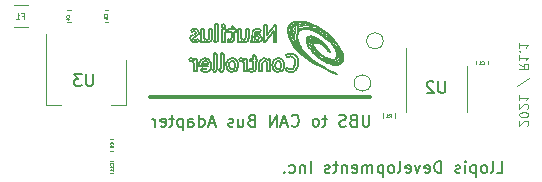
<source format=gbr>
%TF.GenerationSoftware,KiCad,Pcbnew,(5.1.8-0-10_14)*%
%TF.CreationDate,2021-04-16T18:19:52+02:00*%
%TF.ProjectId,SimpleCANAdapter,53696d70-6c65-4434-914e-416461707465,rev?*%
%TF.SameCoordinates,Original*%
%TF.FileFunction,Legend,Bot*%
%TF.FilePolarity,Positive*%
%FSLAX46Y46*%
G04 Gerber Fmt 4.6, Leading zero omitted, Abs format (unit mm)*
G04 Created by KiCad (PCBNEW (5.1.8-0-10_14)) date 2021-04-16 18:19:52*
%MOMM*%
%LPD*%
G01*
G04 APERTURE LIST*
%ADD10C,0.120000*%
%ADD11C,0.300000*%
%ADD12C,0.100000*%
%ADD13C,0.150000*%
%ADD14C,0.125000*%
%ADD15C,0.062500*%
G04 APERTURE END LIST*
D10*
X96290000Y-85120000D02*
X96130000Y-84840000D01*
X96360000Y-85040000D02*
X96290000Y-85120000D01*
X96310000Y-84850000D02*
X96360000Y-85040000D01*
X96890000Y-84960000D02*
X96310000Y-84850000D01*
X96570000Y-84920000D02*
X96890000Y-84960000D01*
X96430000Y-85050000D02*
X96570000Y-84920000D01*
X96480000Y-84850000D02*
X96430000Y-85050000D01*
X96370000Y-84950000D02*
X96480000Y-84850000D01*
X96250000Y-84720000D02*
X96370000Y-84950000D01*
X96790000Y-84910000D02*
X96250000Y-84720000D01*
X96440000Y-84770000D02*
X96790000Y-84910000D01*
X96010000Y-84800000D02*
X96440000Y-84770000D01*
X96030000Y-85080000D02*
X96010000Y-84800000D01*
X96330000Y-85610000D02*
X96030000Y-85080000D01*
X96010000Y-84670000D02*
X96330000Y-85610000D01*
X96480000Y-85840000D02*
X96010000Y-84670000D01*
X96360000Y-85130000D02*
X96480000Y-85840000D01*
X96600000Y-84920000D02*
X96360000Y-85130000D01*
X97300000Y-85190000D02*
X96600000Y-84920000D01*
X97260000Y-85110000D02*
X97300000Y-85190000D01*
X96640000Y-84750000D02*
X97260000Y-85110000D01*
X96090000Y-84620000D02*
X96640000Y-84750000D01*
X96610000Y-85870000D02*
X96090000Y-84620000D01*
X97290000Y-86320000D02*
X96610000Y-85870000D01*
X96630000Y-85790000D02*
X97290000Y-86320000D01*
X96520000Y-85900000D02*
X96630000Y-85790000D01*
X97090000Y-86340000D02*
X96520000Y-85900000D01*
X97180000Y-86260000D02*
X97090000Y-86340000D01*
X97160000Y-86370000D02*
X97180000Y-86260000D01*
X97330000Y-86340000D02*
X97160000Y-86370000D01*
X97260000Y-86450000D02*
X97330000Y-86340000D01*
X97470000Y-86420000D02*
X97260000Y-86450000D01*
X97400000Y-86380000D02*
X97470000Y-86420000D01*
X97380000Y-86500000D02*
X97400000Y-86380000D01*
X97590000Y-86460000D02*
X97380000Y-86500000D01*
X97440000Y-86550000D02*
X97590000Y-86460000D01*
X97830000Y-86540000D02*
X97440000Y-86550000D01*
X98380000Y-86600000D02*
X97830000Y-86540000D01*
X97560000Y-86620000D02*
X98380000Y-86600000D01*
X98310000Y-86690000D02*
X97560000Y-86620000D01*
X97630000Y-86690000D02*
X98310000Y-86690000D01*
X97910000Y-86810000D02*
X97630000Y-86690000D01*
X98640000Y-86730000D02*
X97910000Y-86810000D01*
X98170000Y-86860000D02*
X98640000Y-86730000D01*
X98400000Y-86510000D02*
X98170000Y-86860000D01*
X98420000Y-86610000D02*
X98400000Y-86510000D01*
X98230000Y-86890000D02*
X98420000Y-86610000D01*
X98460000Y-86700000D02*
X98230000Y-86890000D01*
X98410000Y-86440000D02*
X98460000Y-86700000D01*
X98580000Y-86690000D02*
X98410000Y-86440000D01*
X98280000Y-86890000D02*
X98580000Y-86690000D01*
X98760000Y-86780000D02*
X98280000Y-86890000D01*
X98500000Y-86390000D02*
X98760000Y-86780000D01*
X98710000Y-86820000D02*
X98500000Y-86390000D01*
X98540000Y-86230000D02*
X98710000Y-86820000D01*
X98820000Y-86740000D02*
X98540000Y-86230000D01*
X98580000Y-86020000D02*
X98820000Y-86740000D01*
X98870000Y-86630000D02*
X98580000Y-86020000D01*
X98920000Y-86530000D02*
X98870000Y-86630000D01*
X98410000Y-85550000D02*
X98920000Y-86530000D01*
X98980000Y-86420000D02*
X98410000Y-85550000D01*
X98910000Y-86120000D02*
X98980000Y-86420000D01*
X98180000Y-85150000D02*
X98910000Y-86120000D01*
X98820000Y-85860000D02*
X98180000Y-85150000D01*
X98270000Y-85320000D02*
X98820000Y-85860000D01*
X98680000Y-85570000D02*
X98270000Y-85320000D01*
X97200000Y-84330000D02*
X98680000Y-85570000D01*
X98050000Y-84990000D02*
X97200000Y-84330000D01*
X97290000Y-84300000D02*
X98050000Y-84990000D01*
X96860000Y-84170000D02*
X97290000Y-84300000D01*
X97160000Y-84150000D02*
X96860000Y-84170000D01*
X96610000Y-84040000D02*
X97160000Y-84150000D01*
X97000000Y-84010000D02*
X96610000Y-84040000D01*
X98500000Y-85290000D02*
X97000000Y-84010000D01*
X97150000Y-83990000D02*
X98500000Y-85290000D01*
X95240000Y-83890000D02*
X97150000Y-83990000D01*
X95190000Y-84040000D02*
X95240000Y-83890000D01*
X95440000Y-83890000D02*
X95190000Y-84040000D01*
X95150000Y-83790000D02*
X95440000Y-83890000D01*
X97000000Y-83910000D02*
X95150000Y-83790000D01*
X95290000Y-83690000D02*
X97000000Y-83910000D01*
X95190000Y-83760000D02*
X95290000Y-83690000D01*
X95180000Y-83620000D02*
X95190000Y-83760000D01*
X96850000Y-83820000D02*
X95180000Y-83620000D01*
X96610000Y-83680000D02*
X96850000Y-83820000D01*
X95510000Y-83560000D02*
X96610000Y-83680000D01*
X95200000Y-83650000D02*
X95510000Y-83560000D01*
X95170000Y-83510000D02*
X95200000Y-83650000D01*
X96380000Y-83570000D02*
X95170000Y-83510000D01*
X95580000Y-83370000D02*
X96380000Y-83570000D01*
X95820000Y-83410000D02*
X95580000Y-83370000D01*
X94540000Y-83670000D02*
X95820000Y-83410000D01*
X94450000Y-83820000D02*
X94540000Y-83670000D01*
X94730000Y-84250000D02*
X94450000Y-83820000D01*
X94700000Y-84170000D02*
X94730000Y-84250000D01*
X94750000Y-84340000D02*
X94700000Y-84170000D01*
X94880000Y-83900000D02*
X94750000Y-84340000D01*
X94800000Y-84630000D02*
X94880000Y-83900000D01*
X94650000Y-84220000D02*
X94800000Y-84630000D01*
X94890000Y-83690000D02*
X94650000Y-84220000D01*
X94770000Y-83660000D02*
X94890000Y-83690000D01*
X94560000Y-84210000D02*
X94770000Y-83660000D01*
X94870000Y-84780000D02*
X94560000Y-84210000D01*
X94960000Y-83650000D02*
X94870000Y-84780000D01*
X94980000Y-84870000D02*
X94960000Y-83650000D01*
X95080000Y-85470000D02*
X94980000Y-84870000D01*
X96560000Y-86710000D02*
X95080000Y-85470000D01*
X95500000Y-86000000D02*
X96560000Y-86710000D01*
X95950000Y-86280000D02*
X95500000Y-86000000D01*
X95780000Y-86050000D02*
X95950000Y-86280000D01*
X94660000Y-84820000D02*
X95780000Y-86050000D01*
X95110000Y-85090000D02*
X94660000Y-84820000D01*
X94640000Y-84680000D02*
X95110000Y-85090000D01*
X95030000Y-84910000D02*
X94640000Y-84680000D01*
X94810000Y-84850000D02*
X95030000Y-84910000D01*
X94510000Y-84240000D02*
X94810000Y-84850000D01*
X94680000Y-83700000D02*
X94510000Y-84240000D01*
X95060000Y-83570000D02*
X94680000Y-83700000D01*
X95070000Y-84990000D02*
X95060000Y-83570000D01*
X95180000Y-83490000D02*
X95070000Y-84990000D01*
X95100000Y-84990000D02*
X95180000Y-83490000D01*
X94680000Y-84990000D02*
X95100000Y-84990000D01*
X94450000Y-84230000D02*
X94680000Y-84990000D01*
X94680000Y-83680000D02*
X94450000Y-84230000D01*
X94600000Y-83680000D02*
X94680000Y-83680000D01*
X95520000Y-83390000D02*
X94600000Y-83680000D01*
X94580000Y-83620000D02*
X95520000Y-83390000D01*
X95370000Y-83310000D02*
X94580000Y-83620000D01*
X94690000Y-83470000D02*
X95370000Y-83310000D01*
X94380000Y-84150000D02*
X94690000Y-83470000D01*
X94680000Y-84980000D02*
X94380000Y-84150000D01*
X95220000Y-85170000D02*
X94680000Y-84980000D01*
X94660000Y-85060000D02*
X95220000Y-85170000D01*
X95220000Y-85300000D02*
X94660000Y-85060000D01*
X94760000Y-85180000D02*
X95220000Y-85300000D01*
X95380000Y-85510000D02*
X94760000Y-85180000D01*
X95310000Y-85420000D02*
X95380000Y-85510000D01*
X94830000Y-85290000D02*
X95310000Y-85420000D01*
X95490000Y-85680000D02*
X94830000Y-85290000D01*
X94980000Y-85450000D02*
X95490000Y-85680000D01*
X95680000Y-85930000D02*
X94980000Y-85450000D01*
X95120000Y-85610000D02*
X95680000Y-85930000D01*
X96410000Y-86620000D02*
X95120000Y-85610000D01*
D11*
X101300000Y-89700000D02*
X82660000Y-89700000D01*
D12*
X114599285Y-92097857D02*
X114635000Y-92062142D01*
X114670714Y-91990714D01*
X114670714Y-91812142D01*
X114635000Y-91740714D01*
X114599285Y-91705000D01*
X114527857Y-91669285D01*
X114456428Y-91669285D01*
X114349285Y-91705000D01*
X113920714Y-92133571D01*
X113920714Y-91669285D01*
X114670714Y-91205000D02*
X114670714Y-91133571D01*
X114635000Y-91062142D01*
X114599285Y-91026428D01*
X114527857Y-90990714D01*
X114385000Y-90955000D01*
X114206428Y-90955000D01*
X114063571Y-90990714D01*
X113992142Y-91026428D01*
X113956428Y-91062142D01*
X113920714Y-91133571D01*
X113920714Y-91205000D01*
X113956428Y-91276428D01*
X113992142Y-91312142D01*
X114063571Y-91347857D01*
X114206428Y-91383571D01*
X114385000Y-91383571D01*
X114527857Y-91347857D01*
X114599285Y-91312142D01*
X114635000Y-91276428D01*
X114670714Y-91205000D01*
X114599285Y-90669285D02*
X114635000Y-90633571D01*
X114670714Y-90562142D01*
X114670714Y-90383571D01*
X114635000Y-90312142D01*
X114599285Y-90276428D01*
X114527857Y-90240714D01*
X114456428Y-90240714D01*
X114349285Y-90276428D01*
X113920714Y-90705000D01*
X113920714Y-90240714D01*
X113920714Y-89526428D02*
X113920714Y-89955000D01*
X113920714Y-89740714D02*
X114670714Y-89740714D01*
X114563571Y-89812142D01*
X114492142Y-89883571D01*
X114456428Y-89955000D01*
X114706428Y-88097857D02*
X113742142Y-88740714D01*
X113920714Y-86847857D02*
X114277857Y-87097857D01*
X113920714Y-87276428D02*
X114670714Y-87276428D01*
X114670714Y-86990714D01*
X114635000Y-86919285D01*
X114599285Y-86883571D01*
X114527857Y-86847857D01*
X114420714Y-86847857D01*
X114349285Y-86883571D01*
X114313571Y-86919285D01*
X114277857Y-86990714D01*
X114277857Y-87276428D01*
X113920714Y-86133571D02*
X113920714Y-86562142D01*
X113920714Y-86347857D02*
X114670714Y-86347857D01*
X114563571Y-86419285D01*
X114492142Y-86490714D01*
X114456428Y-86562142D01*
X113992142Y-85812142D02*
X113956428Y-85776428D01*
X113920714Y-85812142D01*
X113956428Y-85847857D01*
X113992142Y-85812142D01*
X113920714Y-85812142D01*
X113920714Y-85062142D02*
X113920714Y-85490714D01*
X113920714Y-85276428D02*
X114670714Y-85276428D01*
X114563571Y-85347857D01*
X114492142Y-85419285D01*
X114456428Y-85490714D01*
D13*
X112001904Y-96092380D02*
X112478095Y-96092380D01*
X112478095Y-95092380D01*
X111525714Y-96092380D02*
X111620952Y-96044761D01*
X111668571Y-95949523D01*
X111668571Y-95092380D01*
X111001904Y-96092380D02*
X111097142Y-96044761D01*
X111144761Y-95997142D01*
X111192380Y-95901904D01*
X111192380Y-95616190D01*
X111144761Y-95520952D01*
X111097142Y-95473333D01*
X111001904Y-95425714D01*
X110859047Y-95425714D01*
X110763809Y-95473333D01*
X110716190Y-95520952D01*
X110668571Y-95616190D01*
X110668571Y-95901904D01*
X110716190Y-95997142D01*
X110763809Y-96044761D01*
X110859047Y-96092380D01*
X111001904Y-96092380D01*
X110240000Y-95425714D02*
X110240000Y-96425714D01*
X110240000Y-95473333D02*
X110144761Y-95425714D01*
X109954285Y-95425714D01*
X109859047Y-95473333D01*
X109811428Y-95520952D01*
X109763809Y-95616190D01*
X109763809Y-95901904D01*
X109811428Y-95997142D01*
X109859047Y-96044761D01*
X109954285Y-96092380D01*
X110144761Y-96092380D01*
X110240000Y-96044761D01*
X109335238Y-96092380D02*
X109335238Y-95425714D01*
X109335238Y-95092380D02*
X109382857Y-95140000D01*
X109335238Y-95187619D01*
X109287619Y-95140000D01*
X109335238Y-95092380D01*
X109335238Y-95187619D01*
X108906666Y-96044761D02*
X108811428Y-96092380D01*
X108620952Y-96092380D01*
X108525714Y-96044761D01*
X108478095Y-95949523D01*
X108478095Y-95901904D01*
X108525714Y-95806666D01*
X108620952Y-95759047D01*
X108763809Y-95759047D01*
X108859047Y-95711428D01*
X108906666Y-95616190D01*
X108906666Y-95568571D01*
X108859047Y-95473333D01*
X108763809Y-95425714D01*
X108620952Y-95425714D01*
X108525714Y-95473333D01*
X107287619Y-96092380D02*
X107287619Y-95092380D01*
X107049523Y-95092380D01*
X106906666Y-95140000D01*
X106811428Y-95235238D01*
X106763809Y-95330476D01*
X106716190Y-95520952D01*
X106716190Y-95663809D01*
X106763809Y-95854285D01*
X106811428Y-95949523D01*
X106906666Y-96044761D01*
X107049523Y-96092380D01*
X107287619Y-96092380D01*
X105906666Y-96044761D02*
X106001904Y-96092380D01*
X106192380Y-96092380D01*
X106287619Y-96044761D01*
X106335238Y-95949523D01*
X106335238Y-95568571D01*
X106287619Y-95473333D01*
X106192380Y-95425714D01*
X106001904Y-95425714D01*
X105906666Y-95473333D01*
X105859047Y-95568571D01*
X105859047Y-95663809D01*
X106335238Y-95759047D01*
X105525714Y-95425714D02*
X105287619Y-96092380D01*
X105049523Y-95425714D01*
X104287619Y-96044761D02*
X104382857Y-96092380D01*
X104573333Y-96092380D01*
X104668571Y-96044761D01*
X104716190Y-95949523D01*
X104716190Y-95568571D01*
X104668571Y-95473333D01*
X104573333Y-95425714D01*
X104382857Y-95425714D01*
X104287619Y-95473333D01*
X104240000Y-95568571D01*
X104240000Y-95663809D01*
X104716190Y-95759047D01*
X103668571Y-96092380D02*
X103763809Y-96044761D01*
X103811428Y-95949523D01*
X103811428Y-95092380D01*
X103144761Y-96092380D02*
X103240000Y-96044761D01*
X103287619Y-95997142D01*
X103335238Y-95901904D01*
X103335238Y-95616190D01*
X103287619Y-95520952D01*
X103240000Y-95473333D01*
X103144761Y-95425714D01*
X103001904Y-95425714D01*
X102906666Y-95473333D01*
X102859047Y-95520952D01*
X102811428Y-95616190D01*
X102811428Y-95901904D01*
X102859047Y-95997142D01*
X102906666Y-96044761D01*
X103001904Y-96092380D01*
X103144761Y-96092380D01*
X102382857Y-95425714D02*
X102382857Y-96425714D01*
X102382857Y-95473333D02*
X102287619Y-95425714D01*
X102097142Y-95425714D01*
X102001904Y-95473333D01*
X101954285Y-95520952D01*
X101906666Y-95616190D01*
X101906666Y-95901904D01*
X101954285Y-95997142D01*
X102001904Y-96044761D01*
X102097142Y-96092380D01*
X102287619Y-96092380D01*
X102382857Y-96044761D01*
X101478095Y-96092380D02*
X101478095Y-95425714D01*
X101478095Y-95520952D02*
X101430476Y-95473333D01*
X101335238Y-95425714D01*
X101192380Y-95425714D01*
X101097142Y-95473333D01*
X101049523Y-95568571D01*
X101049523Y-96092380D01*
X101049523Y-95568571D02*
X101001904Y-95473333D01*
X100906666Y-95425714D01*
X100763809Y-95425714D01*
X100668571Y-95473333D01*
X100620952Y-95568571D01*
X100620952Y-96092380D01*
X99763809Y-96044761D02*
X99859047Y-96092380D01*
X100049523Y-96092380D01*
X100144761Y-96044761D01*
X100192380Y-95949523D01*
X100192380Y-95568571D01*
X100144761Y-95473333D01*
X100049523Y-95425714D01*
X99859047Y-95425714D01*
X99763809Y-95473333D01*
X99716190Y-95568571D01*
X99716190Y-95663809D01*
X100192380Y-95759047D01*
X99287619Y-95425714D02*
X99287619Y-96092380D01*
X99287619Y-95520952D02*
X99240000Y-95473333D01*
X99144761Y-95425714D01*
X99001904Y-95425714D01*
X98906666Y-95473333D01*
X98859047Y-95568571D01*
X98859047Y-96092380D01*
X98525714Y-95425714D02*
X98144761Y-95425714D01*
X98382857Y-95092380D02*
X98382857Y-95949523D01*
X98335238Y-96044761D01*
X98240000Y-96092380D01*
X98144761Y-96092380D01*
X97859047Y-96044761D02*
X97763809Y-96092380D01*
X97573333Y-96092380D01*
X97478095Y-96044761D01*
X97430476Y-95949523D01*
X97430476Y-95901904D01*
X97478095Y-95806666D01*
X97573333Y-95759047D01*
X97716190Y-95759047D01*
X97811428Y-95711428D01*
X97859047Y-95616190D01*
X97859047Y-95568571D01*
X97811428Y-95473333D01*
X97716190Y-95425714D01*
X97573333Y-95425714D01*
X97478095Y-95473333D01*
X96240000Y-96092380D02*
X96240000Y-95092380D01*
X95763809Y-95425714D02*
X95763809Y-96092380D01*
X95763809Y-95520952D02*
X95716190Y-95473333D01*
X95620952Y-95425714D01*
X95478095Y-95425714D01*
X95382857Y-95473333D01*
X95335238Y-95568571D01*
X95335238Y-96092380D01*
X94430476Y-96044761D02*
X94525714Y-96092380D01*
X94716190Y-96092380D01*
X94811428Y-96044761D01*
X94859047Y-95997142D01*
X94906666Y-95901904D01*
X94906666Y-95616190D01*
X94859047Y-95520952D01*
X94811428Y-95473333D01*
X94716190Y-95425714D01*
X94525714Y-95425714D01*
X94430476Y-95473333D01*
X94001904Y-95997142D02*
X93954285Y-96044761D01*
X94001904Y-96092380D01*
X94049523Y-96044761D01*
X94001904Y-95997142D01*
X94001904Y-96092380D01*
X101212857Y-91172380D02*
X101212857Y-91981904D01*
X101165238Y-92077142D01*
X101117619Y-92124761D01*
X101022380Y-92172380D01*
X100831904Y-92172380D01*
X100736666Y-92124761D01*
X100689047Y-92077142D01*
X100641428Y-91981904D01*
X100641428Y-91172380D01*
X99831904Y-91648571D02*
X99689047Y-91696190D01*
X99641428Y-91743809D01*
X99593809Y-91839047D01*
X99593809Y-91981904D01*
X99641428Y-92077142D01*
X99689047Y-92124761D01*
X99784285Y-92172380D01*
X100165238Y-92172380D01*
X100165238Y-91172380D01*
X99831904Y-91172380D01*
X99736666Y-91220000D01*
X99689047Y-91267619D01*
X99641428Y-91362857D01*
X99641428Y-91458095D01*
X99689047Y-91553333D01*
X99736666Y-91600952D01*
X99831904Y-91648571D01*
X100165238Y-91648571D01*
X99212857Y-92124761D02*
X99070000Y-92172380D01*
X98831904Y-92172380D01*
X98736666Y-92124761D01*
X98689047Y-92077142D01*
X98641428Y-91981904D01*
X98641428Y-91886666D01*
X98689047Y-91791428D01*
X98736666Y-91743809D01*
X98831904Y-91696190D01*
X99022380Y-91648571D01*
X99117619Y-91600952D01*
X99165238Y-91553333D01*
X99212857Y-91458095D01*
X99212857Y-91362857D01*
X99165238Y-91267619D01*
X99117619Y-91220000D01*
X99022380Y-91172380D01*
X98784285Y-91172380D01*
X98641428Y-91220000D01*
X97593809Y-91505714D02*
X97212857Y-91505714D01*
X97450952Y-91172380D02*
X97450952Y-92029523D01*
X97403333Y-92124761D01*
X97308095Y-92172380D01*
X97212857Y-92172380D01*
X96736666Y-92172380D02*
X96831904Y-92124761D01*
X96879523Y-92077142D01*
X96927142Y-91981904D01*
X96927142Y-91696190D01*
X96879523Y-91600952D01*
X96831904Y-91553333D01*
X96736666Y-91505714D01*
X96593809Y-91505714D01*
X96498571Y-91553333D01*
X96450952Y-91600952D01*
X96403333Y-91696190D01*
X96403333Y-91981904D01*
X96450952Y-92077142D01*
X96498571Y-92124761D01*
X96593809Y-92172380D01*
X96736666Y-92172380D01*
X94641428Y-92077142D02*
X94689047Y-92124761D01*
X94831904Y-92172380D01*
X94927142Y-92172380D01*
X95070000Y-92124761D01*
X95165238Y-92029523D01*
X95212857Y-91934285D01*
X95260476Y-91743809D01*
X95260476Y-91600952D01*
X95212857Y-91410476D01*
X95165238Y-91315238D01*
X95070000Y-91220000D01*
X94927142Y-91172380D01*
X94831904Y-91172380D01*
X94689047Y-91220000D01*
X94641428Y-91267619D01*
X94260476Y-91886666D02*
X93784285Y-91886666D01*
X94355714Y-92172380D02*
X94022380Y-91172380D01*
X93689047Y-92172380D01*
X93355714Y-92172380D02*
X93355714Y-91172380D01*
X92784285Y-92172380D01*
X92784285Y-91172380D01*
X91212857Y-91648571D02*
X91070000Y-91696190D01*
X91022380Y-91743809D01*
X90974761Y-91839047D01*
X90974761Y-91981904D01*
X91022380Y-92077142D01*
X91070000Y-92124761D01*
X91165238Y-92172380D01*
X91546190Y-92172380D01*
X91546190Y-91172380D01*
X91212857Y-91172380D01*
X91117619Y-91220000D01*
X91070000Y-91267619D01*
X91022380Y-91362857D01*
X91022380Y-91458095D01*
X91070000Y-91553333D01*
X91117619Y-91600952D01*
X91212857Y-91648571D01*
X91546190Y-91648571D01*
X90117619Y-91505714D02*
X90117619Y-92172380D01*
X90546190Y-91505714D02*
X90546190Y-92029523D01*
X90498571Y-92124761D01*
X90403333Y-92172380D01*
X90260476Y-92172380D01*
X90165238Y-92124761D01*
X90117619Y-92077142D01*
X89689047Y-92124761D02*
X89593809Y-92172380D01*
X89403333Y-92172380D01*
X89308095Y-92124761D01*
X89260476Y-92029523D01*
X89260476Y-91981904D01*
X89308095Y-91886666D01*
X89403333Y-91839047D01*
X89546190Y-91839047D01*
X89641428Y-91791428D01*
X89689047Y-91696190D01*
X89689047Y-91648571D01*
X89641428Y-91553333D01*
X89546190Y-91505714D01*
X89403333Y-91505714D01*
X89308095Y-91553333D01*
X88117619Y-91886666D02*
X87641428Y-91886666D01*
X88212857Y-92172380D02*
X87879523Y-91172380D01*
X87546190Y-92172380D01*
X86784285Y-92172380D02*
X86784285Y-91172380D01*
X86784285Y-92124761D02*
X86879523Y-92172380D01*
X87070000Y-92172380D01*
X87165238Y-92124761D01*
X87212857Y-92077142D01*
X87260476Y-91981904D01*
X87260476Y-91696190D01*
X87212857Y-91600952D01*
X87165238Y-91553333D01*
X87070000Y-91505714D01*
X86879523Y-91505714D01*
X86784285Y-91553333D01*
X85879523Y-92172380D02*
X85879523Y-91648571D01*
X85927142Y-91553333D01*
X86022380Y-91505714D01*
X86212857Y-91505714D01*
X86308095Y-91553333D01*
X85879523Y-92124761D02*
X85974761Y-92172380D01*
X86212857Y-92172380D01*
X86308095Y-92124761D01*
X86355714Y-92029523D01*
X86355714Y-91934285D01*
X86308095Y-91839047D01*
X86212857Y-91791428D01*
X85974761Y-91791428D01*
X85879523Y-91743809D01*
X85403333Y-91505714D02*
X85403333Y-92505714D01*
X85403333Y-91553333D02*
X85308095Y-91505714D01*
X85117619Y-91505714D01*
X85022380Y-91553333D01*
X84974761Y-91600952D01*
X84927142Y-91696190D01*
X84927142Y-91981904D01*
X84974761Y-92077142D01*
X85022380Y-92124761D01*
X85117619Y-92172380D01*
X85308095Y-92172380D01*
X85403333Y-92124761D01*
X84641428Y-91505714D02*
X84260476Y-91505714D01*
X84498571Y-91172380D02*
X84498571Y-92029523D01*
X84450952Y-92124761D01*
X84355714Y-92172380D01*
X84260476Y-92172380D01*
X83546190Y-92124761D02*
X83641428Y-92172380D01*
X83831904Y-92172380D01*
X83927142Y-92124761D01*
X83974761Y-92029523D01*
X83974761Y-91648571D01*
X83927142Y-91553333D01*
X83831904Y-91505714D01*
X83641428Y-91505714D01*
X83546190Y-91553333D01*
X83498571Y-91648571D01*
X83498571Y-91743809D01*
X83974761Y-91839047D01*
X83070000Y-92172380D02*
X83070000Y-91505714D01*
X83070000Y-91696190D02*
X83022380Y-91600952D01*
X82974761Y-91553333D01*
X82879523Y-91505714D01*
X82784285Y-91505714D01*
D10*
%TO.C,U3*%
X80640000Y-90340000D02*
X79380000Y-90340000D01*
X73820000Y-90340000D02*
X75080000Y-90340000D01*
X80640000Y-86580000D02*
X80640000Y-90340000D01*
X73820000Y-84330000D02*
X73820000Y-90340000D01*
%TO.C,F1*%
X72302064Y-81890000D02*
X71097936Y-81890000D01*
X72302064Y-83710000D02*
X71097936Y-83710000D01*
%TO.C,R1*%
X103422500Y-90987742D02*
X103422500Y-91462258D01*
X102377500Y-90987742D02*
X102377500Y-91462258D01*
%TO.C,U2*%
X109460000Y-89000000D02*
X109460000Y-90950000D01*
X109460000Y-89000000D02*
X109460000Y-87050000D01*
X104340000Y-89000000D02*
X104340000Y-90950000D01*
X104340000Y-89000000D02*
X104340000Y-85550000D01*
D13*
%TO.C,U6*%
X96310000Y-86450000D02*
X96579341Y-86667159D01*
X96579341Y-86667159D02*
X96866076Y-86874831D01*
X96866076Y-86874831D02*
X97167569Y-87071961D01*
X97167569Y-87071961D02*
X97482239Y-87256441D01*
X98419925Y-85774276D02*
X98374068Y-85667277D01*
X98374068Y-85667277D02*
X98318724Y-85559225D01*
X98318724Y-85559225D02*
X98255474Y-85451172D01*
X98255474Y-85451172D02*
X98105255Y-85238229D01*
X98105255Y-85238229D02*
X97927100Y-85031085D01*
X97927100Y-85031085D02*
X97723117Y-84832900D01*
X97723117Y-84832900D02*
X97497525Y-84644731D01*
X97497525Y-84644731D02*
X97255065Y-84470265D01*
X97255065Y-84470265D02*
X97004699Y-84313721D01*
X97004699Y-84313721D02*
X96754333Y-84179314D01*
X96754333Y-84179314D02*
X96511874Y-84070734D01*
X96511874Y-84070734D02*
X96395915Y-84027513D01*
X96395915Y-84027513D02*
X96282592Y-83990617D01*
X96282592Y-83990617D02*
X96068068Y-83937381D01*
X96068068Y-83937381D02*
X95866721Y-83909973D01*
X95866721Y-83909973D02*
X95679605Y-83907865D01*
X95679605Y-83907865D02*
X95591582Y-83917352D01*
X95591582Y-83917352D02*
X95508829Y-83934746D01*
X95508829Y-83934746D02*
X95431348Y-83961100D01*
X95431348Y-83961100D02*
X95360718Y-83997996D01*
X95360718Y-83997996D02*
X95297468Y-84045434D01*
X95297468Y-84045434D02*
X95243178Y-84103940D01*
X95243178Y-84103940D02*
X95197849Y-84173516D01*
X95197849Y-84173516D02*
X95162534Y-84253633D01*
X95162534Y-84253633D02*
X95136707Y-84342710D01*
X95136707Y-84342710D02*
X95120367Y-84439167D01*
X95120367Y-84439167D02*
X95114042Y-84541422D01*
X95114042Y-84541422D02*
X95117205Y-84648420D01*
X95117205Y-84648420D02*
X95129855Y-84757527D01*
X95129855Y-84757527D02*
X95151465Y-84868742D01*
X95151465Y-84868742D02*
X95182036Y-84980484D01*
X95182036Y-84980484D02*
X95221568Y-85093281D01*
X95221568Y-85093281D02*
X95269532Y-85205550D01*
X95269532Y-85205550D02*
X95326458Y-85318346D01*
X95326458Y-85318346D02*
X95391289Y-85431670D01*
X95391289Y-85431670D02*
X95464554Y-85544993D01*
X95464554Y-85544993D02*
X95545725Y-85658317D01*
X95545725Y-85658317D02*
X95634803Y-85772167D01*
X95634803Y-85772167D02*
X95834568Y-85999869D01*
X95834568Y-85999869D02*
X96060688Y-86227043D01*
X96060688Y-86227043D02*
X96310000Y-86450000D01*
X96994158Y-86004612D02*
X97055827Y-86057848D01*
X97055827Y-86057848D02*
X97127510Y-86114246D01*
X97127510Y-86114246D02*
X97210790Y-86172753D01*
X97210790Y-86172753D02*
X97305665Y-86232841D01*
X97305665Y-86232841D02*
X97411610Y-86291874D01*
X97411610Y-86291874D02*
X97525460Y-86348272D01*
X97525460Y-86348272D02*
X97644582Y-86399400D01*
X97644582Y-86399400D02*
X97766338Y-86443148D01*
X97766338Y-86443148D02*
X97886514Y-86476354D01*
X97886514Y-86476354D02*
X98001946Y-86497965D01*
X98001946Y-86497965D02*
X98109471Y-86505344D01*
X98109471Y-86505344D02*
X98206455Y-86497965D01*
X98206455Y-86497965D02*
X98290789Y-86475827D01*
X98290789Y-86475827D02*
X98360891Y-86439458D01*
X98360891Y-86439458D02*
X98416762Y-86389385D01*
X98416762Y-86389385D02*
X98457875Y-86326662D01*
X98457875Y-86326662D02*
X98484757Y-86252870D01*
X98484757Y-86252870D02*
X98496879Y-86170117D01*
X98496879Y-86170117D02*
X98495825Y-86078931D01*
X98495825Y-86078931D02*
X98482121Y-85981421D01*
X98482121Y-85981421D02*
X98456294Y-85879693D01*
X98456294Y-85879693D02*
X98419925Y-85774276D01*
X97991404Y-87531053D02*
X97503850Y-87316529D01*
X97503850Y-87316529D02*
X97038960Y-87088301D01*
X94633867Y-85100133D02*
X94544789Y-84936736D01*
X94544789Y-84936736D02*
X94470997Y-84772813D01*
X94470997Y-84772813D02*
X94413545Y-84608889D01*
X94413545Y-84608889D02*
X94371378Y-84447601D01*
X94371378Y-84447601D02*
X94346078Y-84289475D01*
X94346078Y-84289475D02*
X94336590Y-84137147D01*
X95279020Y-85884964D02*
X95126165Y-85733690D01*
X95126165Y-85733690D02*
X94983852Y-85579254D01*
X94983852Y-85579254D02*
X94854189Y-85422182D01*
X94854189Y-85422182D02*
X94737176Y-85262475D01*
X94737176Y-85262475D02*
X94633867Y-85100133D01*
X94336590Y-84137147D02*
X94343442Y-83993252D01*
X94343442Y-83993252D02*
X94365580Y-83858846D01*
X94365580Y-83858846D02*
X94402476Y-83736562D01*
X94402476Y-83736562D02*
X94453603Y-83627982D01*
X94453603Y-83627982D02*
X94517908Y-83534161D01*
X94517908Y-83534161D02*
X94594862Y-83456679D01*
X94594862Y-83456679D02*
X94681832Y-83394483D01*
X94681832Y-83394483D02*
X94779342Y-83347045D01*
X94779342Y-83347045D02*
X94884760Y-83313312D01*
X94884760Y-83313312D02*
X94997556Y-83292228D01*
X94997556Y-83292228D02*
X95116677Y-83281686D01*
X95116677Y-83281686D02*
X95240543Y-83280632D01*
X95240543Y-83280632D02*
X95501977Y-83301716D01*
X95501977Y-83301716D02*
X95777643Y-83352843D01*
X95777643Y-83352843D02*
X96066486Y-83434541D01*
X96066486Y-83434541D02*
X96366398Y-83547865D01*
X96366398Y-83547865D02*
X96670527Y-83690705D01*
X96670527Y-83690705D02*
X96966222Y-83853575D01*
X96966222Y-83853575D02*
X97239780Y-84023296D01*
X97239780Y-84023296D02*
X97478549Y-84188274D01*
X97478549Y-84188274D02*
X97679896Y-84343765D01*
X97679896Y-84343765D02*
X97853308Y-84497147D01*
X97853308Y-84497147D02*
X98019867Y-84665814D01*
X98019867Y-84665814D02*
X98106836Y-84761744D01*
X98106836Y-84761744D02*
X98199076Y-84868742D01*
X98199076Y-84868742D02*
X98297641Y-84987864D01*
X98297641Y-84987864D02*
X98400950Y-85119108D01*
X98400950Y-85119108D02*
X98613365Y-85413749D01*
X98613365Y-85413749D02*
X98808387Y-85735799D01*
X98808387Y-85735799D02*
X98888504Y-85899195D01*
X98888504Y-85899195D02*
X98951228Y-86059956D01*
X98951228Y-86059956D02*
X98993394Y-86214393D01*
X98993394Y-86214393D02*
X99011842Y-86359868D01*
X99011842Y-86359868D02*
X99006044Y-86492694D01*
X99006044Y-86492694D02*
X98975474Y-86610761D01*
X98975474Y-86610761D02*
X98921711Y-86713016D01*
X98921711Y-86713016D02*
X98847392Y-86797350D01*
X98847392Y-86797350D02*
X98754625Y-86863762D01*
X98754625Y-86863762D02*
X98647626Y-86911727D01*
X98647626Y-86911727D02*
X98528505Y-86940717D01*
X98528505Y-86940717D02*
X98399896Y-86951786D01*
X98399896Y-86951786D02*
X98263908Y-86945461D01*
X98263908Y-86945461D02*
X98122121Y-86922796D01*
X98122121Y-86922796D02*
X97975064Y-86884319D01*
X97975064Y-86884319D02*
X97824845Y-86831610D01*
X97824845Y-86831610D02*
X97671463Y-86765724D01*
X97671463Y-86765724D02*
X97515973Y-86688770D01*
X97515973Y-86688770D02*
X97201829Y-86503763D01*
X97201829Y-86503763D02*
X96892430Y-86285022D01*
X96892430Y-86285022D02*
X96601478Y-86039927D01*
X96601478Y-86039927D02*
X96467599Y-85910264D01*
X96467599Y-85910264D02*
X96344261Y-85776384D01*
X96344261Y-85776384D02*
X96233573Y-85639869D01*
X96233573Y-85639869D02*
X96136589Y-85502299D01*
X96136589Y-85502299D02*
X96054890Y-85365784D01*
X96054890Y-85365784D02*
X95990059Y-85231904D01*
X95990059Y-85231904D02*
X95942621Y-85103822D01*
X95942621Y-85103822D02*
X95913104Y-84983647D01*
X95913104Y-84983647D02*
X95902035Y-84874013D01*
X95902035Y-84874013D02*
X95909415Y-84777556D01*
X95909415Y-84777556D02*
X95933661Y-84696912D01*
X95933661Y-84696912D02*
X95974773Y-84632608D01*
X95974773Y-84632608D02*
X96031699Y-84585697D01*
X96031699Y-84585697D02*
X96102328Y-84556707D01*
X96102328Y-84556707D02*
X96184554Y-84544057D01*
X96184554Y-84544057D02*
X96277321Y-84547747D01*
X96277321Y-84547747D02*
X96378521Y-84565668D01*
X96378521Y-84565668D02*
X96484992Y-84596239D01*
X96484992Y-84596239D02*
X96707423Y-84690060D01*
X96707423Y-84690060D02*
X96927745Y-84817088D01*
X96927745Y-84817088D02*
X97133308Y-84965726D01*
X97133308Y-84965726D02*
X97315153Y-85125433D01*
X97315153Y-85125433D02*
X97469062Y-85287775D01*
X97469062Y-85287775D02*
X97596617Y-85445374D01*
X97596617Y-85445374D02*
X97700453Y-85592958D01*
X97700453Y-85592958D02*
X97782678Y-85728419D01*
X97782678Y-85728419D02*
X97843820Y-85850176D01*
X97843820Y-85850176D02*
X97749472Y-85736326D01*
X97749472Y-85736326D02*
X97643527Y-85619840D01*
X97643527Y-85619840D02*
X97525460Y-85500718D01*
X97525460Y-85500718D02*
X97394216Y-85382651D01*
X97394216Y-85382651D02*
X97249794Y-85271963D01*
X97249794Y-85271963D02*
X97093250Y-85176033D01*
X97093250Y-85176033D02*
X96929326Y-85103822D01*
X96929326Y-85103822D02*
X96848682Y-85079049D01*
X96848682Y-85079049D02*
X96770673Y-85062710D01*
X96770673Y-85062710D02*
X96698462Y-85056385D01*
X96698462Y-85056385D02*
X96632577Y-85060074D01*
X96632577Y-85060074D02*
X96576178Y-85074306D01*
X96576178Y-85074306D02*
X96529795Y-85098552D01*
X96529795Y-85098552D02*
X96495007Y-85133339D01*
X96495007Y-85133339D02*
X96472870Y-85177615D01*
X96472870Y-85177615D02*
X96463382Y-85230850D01*
X96463382Y-85230850D02*
X96466017Y-85290411D01*
X96466017Y-85290411D02*
X96479722Y-85354715D01*
X96479722Y-85354715D02*
X96503441Y-85421128D01*
X96503441Y-85421128D02*
X96574070Y-85551318D01*
X96574070Y-85551318D02*
X96662093Y-85667804D01*
X96662093Y-85667804D02*
X96754860Y-85768478D01*
X96754860Y-85768478D02*
X96940395Y-85954539D01*
X96940395Y-85954539D02*
X96994158Y-86004612D01*
X91412803Y-84999611D02*
X91468588Y-84911504D01*
X93342462Y-83535590D02*
X93342462Y-85020940D01*
X93342462Y-85020940D02*
X93101931Y-85020940D01*
X93101931Y-85020940D02*
X93101931Y-84100985D01*
X93101931Y-84100985D02*
X92417912Y-85040301D01*
X92417912Y-85040301D02*
X92316023Y-85040301D01*
X92316023Y-85040301D02*
X92316023Y-83535590D01*
X92316023Y-83535590D02*
X92556390Y-83535590D01*
X92556390Y-83535590D02*
X92556390Y-84431263D01*
X92556390Y-84431263D02*
X93222197Y-83535590D01*
X93222197Y-83535590D02*
X93342462Y-83535590D01*
X91582618Y-85004205D02*
X91730399Y-85039732D01*
X91730399Y-85039732D02*
X91752434Y-85040301D01*
X91752434Y-85040301D02*
X91900981Y-85018315D01*
X91900981Y-85018315D02*
X92013966Y-84952522D01*
X92013966Y-84952522D02*
X92093543Y-84822589D01*
X92093543Y-84822589D02*
X92109292Y-84703788D01*
X92109292Y-84703788D02*
X92083585Y-84554566D01*
X92083585Y-84554566D02*
X91999052Y-84429606D01*
X91999052Y-84429606D02*
X91975080Y-84408949D01*
X91975080Y-84408949D02*
X91836047Y-84336270D01*
X91836047Y-84336270D02*
X91682383Y-84306367D01*
X91682383Y-84306367D02*
X91593611Y-84302630D01*
X91593611Y-84302630D02*
X91493691Y-84317725D01*
X91493691Y-84317725D02*
X91551157Y-84174120D01*
X91551157Y-84174120D02*
X91695721Y-84126999D01*
X91695721Y-84126999D02*
X91723557Y-84126252D01*
X91723557Y-84126252D02*
X91875759Y-84144862D01*
X91875759Y-84144862D02*
X91950469Y-84173833D01*
X91950469Y-84173833D02*
X92002480Y-83977274D01*
X92002480Y-83977274D02*
X91857353Y-83928260D01*
X91857353Y-83928260D02*
X91707150Y-83914434D01*
X91707150Y-83914434D02*
X91548164Y-83930345D01*
X91548164Y-83930345D02*
X91407367Y-83989082D01*
X91407367Y-83989082D02*
X91361777Y-84027480D01*
X91252176Y-84455546D02*
X91252176Y-84687544D01*
X91252176Y-84687544D02*
X91238528Y-84837148D01*
X91238528Y-84837148D02*
X91169483Y-84960233D01*
X91235769Y-85027503D02*
X91319446Y-85040301D01*
X91319446Y-85040301D02*
X91412803Y-84999611D01*
X97482239Y-87256441D02*
X97810087Y-87428271D01*
X97810087Y-87428271D02*
X98150057Y-87586397D01*
X98150057Y-87586397D02*
X98501623Y-87730819D01*
X91468588Y-84911504D02*
X91582618Y-85004205D01*
X98501623Y-87730819D02*
X97991404Y-87531053D01*
X97038960Y-87088301D02*
X96598316Y-86845841D01*
X96598316Y-86845841D02*
X96183499Y-86588624D01*
X96183499Y-86588624D02*
X95796618Y-86317701D01*
X95796618Y-86317701D02*
X95442417Y-86032548D01*
X95442417Y-86032548D02*
X95279020Y-85884964D01*
X90277584Y-86661011D02*
X90419015Y-86616383D01*
X90419015Y-86616383D02*
X90555318Y-86682153D01*
X90555318Y-86682153D02*
X90567665Y-86696450D01*
X90567665Y-86696450D02*
X90628577Y-86836432D01*
X90628577Y-86836432D02*
X90632638Y-86892025D01*
X90632638Y-86892025D02*
X90632638Y-87510087D01*
X90632638Y-87510087D02*
X90873004Y-87510087D01*
X90873004Y-87510087D02*
X90873004Y-86424910D01*
X90873004Y-86424910D02*
X90632638Y-86424910D01*
X90632638Y-86424910D02*
X90632638Y-86524174D01*
X90632638Y-86524174D02*
X90506525Y-86430846D01*
X90506525Y-86430846D02*
X90364215Y-86404565D01*
X90364215Y-86404565D02*
X90212027Y-86426853D01*
X90212027Y-86426853D02*
X90175695Y-86444106D01*
X90175695Y-86444106D02*
X90277584Y-86661011D01*
X90328611Y-85020940D02*
X90328611Y-84929716D01*
X90328611Y-84929716D02*
X90463496Y-85005771D01*
X90463496Y-85005771D02*
X90469057Y-85007814D01*
X90469057Y-85007814D02*
X90619418Y-85040015D01*
X90619418Y-85040015D02*
X90633622Y-85040301D01*
X90633622Y-85040301D02*
X90790583Y-85015202D01*
X90790583Y-85015202D02*
X90913515Y-84926993D01*
X90913515Y-84926993D02*
X90979685Y-84775324D01*
X90979685Y-84775324D02*
X90992285Y-84638979D01*
X90992285Y-84638979D02*
X90992285Y-83934779D01*
X90992285Y-83934779D02*
X90751919Y-83934779D01*
X90751919Y-83934779D02*
X90751919Y-84619782D01*
X90751919Y-84619782D02*
X90712784Y-84769582D01*
X90712784Y-84769582D02*
X90573900Y-84828483D01*
X90573900Y-84828483D02*
X90426363Y-84786595D01*
X90426363Y-84786595D02*
X90421968Y-84783855D01*
X90421968Y-84783855D02*
X90328611Y-84680489D01*
X90328611Y-84680489D02*
X90328611Y-83934779D01*
X90328611Y-83934779D02*
X90088081Y-83934779D01*
X90088081Y-83934779D02*
X90088081Y-85020940D01*
X90088081Y-85020940D02*
X90328611Y-85020940D01*
X88982723Y-85019956D02*
X88739239Y-85019956D01*
X88739239Y-85019956D02*
X88739239Y-83934779D01*
X88417985Y-83530504D02*
X88177454Y-83469633D01*
X88739239Y-83934779D02*
X89114309Y-83934779D01*
X89114309Y-84142495D02*
X88982723Y-84142495D01*
X88982723Y-84142495D02*
X88982723Y-85019956D01*
X89114309Y-83934779D02*
X89114309Y-84142495D01*
X88177454Y-83469633D02*
X88177454Y-84689677D01*
X88177454Y-84689677D02*
X88152545Y-84842120D01*
X88152545Y-84842120D02*
X88063916Y-84928731D01*
X88063916Y-84928731D02*
X88178043Y-85029394D01*
X88178043Y-85029394D02*
X88254568Y-85040301D01*
X88254568Y-85040301D02*
X88386706Y-84964610D01*
X88386706Y-84964610D02*
X88417825Y-84815800D01*
X88417825Y-84815800D02*
X88417985Y-84801083D01*
X88417985Y-84801083D02*
X88417985Y-83530504D01*
X94157247Y-86104640D02*
X94260120Y-86322529D01*
X94236166Y-87151424D02*
X94119674Y-87364226D01*
X94119674Y-87364226D02*
X94241725Y-87461704D01*
X94241725Y-87461704D02*
X94397394Y-87518664D01*
X94397394Y-87518664D02*
X94549765Y-87535187D01*
X94549765Y-87535187D02*
X94568085Y-87535354D01*
X94568085Y-87535354D02*
X94723773Y-87519188D01*
X94723773Y-87519188D02*
X94872285Y-87463271D01*
X94872285Y-87463271D02*
X94995032Y-87367344D01*
X94995032Y-87367344D02*
X95026832Y-87330755D01*
X95026832Y-87330755D02*
X95113119Y-87188256D01*
X95113119Y-87188256D02*
X95163430Y-87035160D01*
X95163430Y-87035160D02*
X95186421Y-86879293D01*
X95186421Y-86879293D02*
X95190412Y-86772416D01*
X95190412Y-86772416D02*
X95179088Y-86614508D01*
X95179088Y-86614508D02*
X95139266Y-86452988D01*
X95139266Y-86452988D02*
X95070746Y-86308563D01*
X95070746Y-86308563D02*
X95009112Y-86221788D01*
X95009112Y-86221788D02*
X94899064Y-86114716D01*
X94899064Y-86114716D02*
X94757974Y-86036845D01*
X94757974Y-86036845D02*
X94597080Y-86002236D01*
X94597080Y-86002236D02*
X94544951Y-86000290D01*
X94544951Y-86000290D02*
X94389753Y-86012620D01*
X94389753Y-86012620D02*
X94235937Y-86058986D01*
X94235937Y-86058986D02*
X94157247Y-86104640D01*
X94260120Y-86322529D02*
X94395511Y-86248963D01*
X94395511Y-86248963D02*
X94529528Y-86234422D01*
X94529528Y-86234422D02*
X94680620Y-86268598D01*
X94680620Y-86268598D02*
X94803823Y-86371127D01*
X94803823Y-86371127D02*
X94818132Y-86389962D01*
X94818132Y-86389962D02*
X94890982Y-86529975D01*
X94890982Y-86529975D02*
X94925293Y-86683388D01*
X94925293Y-86683388D02*
X94930685Y-86783573D01*
X94930685Y-86783573D02*
X94918354Y-86935687D01*
X94918354Y-86935687D02*
X94871988Y-87085479D01*
X94871988Y-87085479D02*
X94826335Y-87161596D01*
X94826335Y-87161596D02*
X94713148Y-87261933D01*
X94713148Y-87261933D02*
X94558562Y-87301249D01*
X94558562Y-87301249D02*
X94547740Y-87301386D01*
X94547740Y-87301386D02*
X94390107Y-87272664D01*
X94390107Y-87272664D02*
X94265637Y-87186555D01*
X94265637Y-87186555D02*
X94236166Y-87151424D01*
X93749362Y-86964873D02*
X93734039Y-87121859D01*
X93734039Y-87121859D02*
X93662911Y-87264479D01*
X93662911Y-87264479D02*
X93519169Y-87323349D01*
X93519169Y-87323349D02*
X93504074Y-87323700D01*
X93504074Y-87323700D02*
X93361599Y-87271232D01*
X93361599Y-87271232D02*
X93325727Y-87230507D01*
X93325727Y-87230507D02*
X93269044Y-87082996D01*
X93269044Y-87082996D02*
X93259769Y-86964873D01*
X93259769Y-86964873D02*
X93275053Y-86810229D01*
X93275053Y-86810229D02*
X93345942Y-86669682D01*
X93345942Y-86669682D02*
X93489053Y-86611642D01*
X93489053Y-86611642D02*
X93504074Y-86611297D01*
X93504074Y-86611297D02*
X93646985Y-86663763D01*
X93646985Y-86663763D02*
X93683077Y-86704490D01*
X93683077Y-86704490D02*
X93740069Y-86849924D01*
X93740069Y-86849924D02*
X93749362Y-86964873D01*
X86026790Y-86661011D02*
X86168220Y-86616383D01*
X86168220Y-86616383D02*
X86304279Y-86682153D01*
X86304279Y-86682153D02*
X86316542Y-86696450D01*
X86316542Y-86696450D02*
X86377454Y-86836432D01*
X86377454Y-86836432D02*
X86381515Y-86892025D01*
X86381515Y-86892025D02*
X86381515Y-87510087D01*
X86381515Y-87510087D02*
X86622045Y-87510087D01*
X86622045Y-87510087D02*
X86622045Y-86424910D01*
X86622045Y-86424910D02*
X86381515Y-86424910D01*
X86381515Y-86424910D02*
X86381515Y-86524174D01*
X86381515Y-86524174D02*
X86255590Y-86430846D01*
X86255590Y-86430846D02*
X86113092Y-86404565D01*
X86113092Y-86404565D02*
X85961042Y-86426853D01*
X85961042Y-86426853D02*
X85924736Y-86444106D01*
X85924736Y-86444106D02*
X86026790Y-86661011D01*
X88293946Y-86020635D02*
X88053415Y-85959764D01*
X88053415Y-85959764D02*
X88053415Y-87179808D01*
X88053415Y-87179808D02*
X88028506Y-87332251D01*
X88028506Y-87332251D02*
X87939877Y-87418862D01*
X87939877Y-87418862D02*
X88054004Y-87519525D01*
X88054004Y-87519525D02*
X88130529Y-87530432D01*
X88130529Y-87530432D02*
X88262667Y-87454741D01*
X88262667Y-87454741D02*
X88293786Y-87305931D01*
X88293786Y-87305931D02*
X88293946Y-87291214D01*
X88293946Y-87291214D02*
X88293946Y-86020635D01*
X90098745Y-86964873D02*
X90082640Y-86805151D01*
X90082640Y-86805151D02*
X90028370Y-86655679D01*
X90028370Y-86655679D02*
X89962565Y-86560598D01*
X89962565Y-86560598D02*
X89837654Y-86459572D01*
X89837654Y-86459572D02*
X89683951Y-86410050D01*
X89683951Y-86410050D02*
X89603246Y-86404565D01*
X89603246Y-86404565D02*
X89442025Y-86425667D01*
X89442025Y-86425667D02*
X89300586Y-86496116D01*
X89300586Y-86496116D02*
X89239004Y-86554527D01*
X89239004Y-86554527D02*
X89159818Y-86682575D01*
X89159818Y-86682575D02*
X89119337Y-86827160D01*
X89119337Y-86827160D02*
X89109059Y-86964873D01*
X89109059Y-86964873D02*
X89121941Y-87116687D01*
X89121941Y-87116687D02*
X89171408Y-87271327D01*
X89171408Y-87271327D02*
X89240973Y-87377352D01*
X89240973Y-87377352D02*
X89364875Y-87476465D01*
X89364875Y-87476465D02*
X89507511Y-87523106D01*
X89507511Y-87523106D02*
X89603246Y-87530432D01*
X89603246Y-87530432D02*
X89752325Y-87512168D01*
X89752325Y-87512168D02*
X89896661Y-87443493D01*
X89896661Y-87443493D02*
X89968307Y-87375875D01*
X89968307Y-87375875D02*
X90047792Y-87245629D01*
X90047792Y-87245629D02*
X90088427Y-87101064D01*
X90088427Y-87101064D02*
X90098745Y-86964873D01*
X88875091Y-86020635D02*
X88634561Y-85959764D01*
X88634561Y-85959764D02*
X88634561Y-87179808D01*
X88634561Y-87179808D02*
X88609651Y-87332251D01*
X88609651Y-87332251D02*
X88521022Y-87418862D01*
X88521022Y-87418862D02*
X88635149Y-87519525D01*
X88635149Y-87519525D02*
X88711675Y-87530432D01*
X88711675Y-87530432D02*
X88843812Y-87454741D01*
X88843812Y-87454741D02*
X88874931Y-87305931D01*
X88874931Y-87305931D02*
X88875091Y-87291214D01*
X88875091Y-87291214D02*
X88875091Y-86020635D01*
X93999573Y-86964873D02*
X93983468Y-86805151D01*
X93983468Y-86805151D02*
X93929198Y-86655679D01*
X93929198Y-86655679D02*
X93863393Y-86560598D01*
X93863393Y-86560598D02*
X93738434Y-86459572D01*
X93738434Y-86459572D02*
X93584718Y-86410050D01*
X93584718Y-86410050D02*
X93504074Y-86404565D01*
X93504074Y-86404565D02*
X93342849Y-86425667D01*
X93342849Y-86425667D02*
X93201370Y-86496116D01*
X93201370Y-86496116D02*
X93139504Y-86554527D01*
X93139504Y-86554527D02*
X93060442Y-86682575D01*
X93060442Y-86682575D02*
X93019998Y-86827160D01*
X93019998Y-86827160D02*
X93009723Y-86964873D01*
X93009723Y-86964873D02*
X93022648Y-87116687D01*
X93022648Y-87116687D02*
X93072252Y-87271327D01*
X93072252Y-87271327D02*
X93141965Y-87377352D01*
X93141965Y-87377352D02*
X93265500Y-87476465D01*
X93265500Y-87476465D02*
X93408172Y-87523106D01*
X93408172Y-87523106D02*
X93504074Y-87530432D01*
X93504074Y-87530432D02*
X93653153Y-87512168D01*
X93653153Y-87512168D02*
X93797489Y-87443493D01*
X93797489Y-87443493D02*
X93869135Y-87375875D01*
X93869135Y-87375875D02*
X93948620Y-87245629D01*
X93948620Y-87245629D02*
X93989255Y-87101064D01*
X93989255Y-87101064D02*
X93999573Y-86964873D01*
X91617730Y-86628524D02*
X91737011Y-86628524D01*
X91737011Y-86628524D02*
X91737011Y-86424910D01*
X91737011Y-86424910D02*
X91617730Y-86424910D01*
X91617730Y-86424910D02*
X91617730Y-86204068D01*
X91617730Y-86204068D02*
X91377200Y-86110711D01*
X91377200Y-86110711D02*
X91377200Y-86424910D01*
X91377200Y-86424910D02*
X91094338Y-86424910D01*
X91094338Y-86424910D02*
X91094338Y-86628524D01*
X91094338Y-86628524D02*
X91377200Y-86628524D01*
X91377200Y-86628524D02*
X91377200Y-87103843D01*
X91377200Y-87103843D02*
X91350709Y-87255333D01*
X91350709Y-87255333D02*
X91342580Y-87268408D01*
X91342580Y-87268408D02*
X91221330Y-87316481D01*
X91221330Y-87316481D02*
X91073892Y-87275811D01*
X91073892Y-87275811D02*
X91059719Y-87266931D01*
X91059719Y-87266931D02*
X91059719Y-87499914D01*
X91059719Y-87499914D02*
X91208456Y-87527451D01*
X91208456Y-87527451D02*
X91298281Y-87530432D01*
X91298281Y-87530432D02*
X91448923Y-87501366D01*
X91448923Y-87501366D02*
X91534873Y-87438715D01*
X91534873Y-87438715D02*
X91604071Y-87302425D01*
X91604071Y-87302425D02*
X91617730Y-87177675D01*
X91617730Y-87177675D02*
X91617730Y-86628524D01*
X91491722Y-84509197D02*
X91584095Y-84496072D01*
X91584095Y-84496072D02*
X91734236Y-84515289D01*
X91734236Y-84515289D02*
X91855145Y-84616085D01*
X91855145Y-84616085D02*
X91868761Y-84692631D01*
X91868761Y-84692631D02*
X91792864Y-84824383D01*
X91792864Y-84824383D02*
X91708134Y-84838655D01*
X91708134Y-84838655D02*
X91560218Y-84794967D01*
X91560218Y-84794967D02*
X91493625Y-84651325D01*
X91493625Y-84651325D02*
X91491722Y-84610594D01*
X91491722Y-84610594D02*
X91491722Y-84509197D01*
X86777914Y-84950061D02*
X86692268Y-84748415D01*
X86692268Y-84748415D02*
X86554475Y-84823729D01*
X86554475Y-84823729D02*
X86448785Y-84838655D01*
X86448785Y-84838655D02*
X86313284Y-84769030D01*
X86313284Y-84769030D02*
X86308338Y-84733157D01*
X86308338Y-84733157D02*
X86350669Y-84631924D01*
X86350669Y-84631924D02*
X86485798Y-84551920D01*
X86485798Y-84551920D02*
X86515070Y-84538731D01*
X86515070Y-84538731D02*
X86655679Y-84456735D01*
X86655679Y-84456735D02*
X86755547Y-84334358D01*
X86755547Y-84334358D02*
X86781524Y-84212390D01*
X86781524Y-84212390D02*
X86741835Y-84060688D01*
X86741835Y-84060688D02*
X86679799Y-83993025D01*
X86679799Y-83993025D02*
X86538676Y-83927420D01*
X86538676Y-83927420D02*
X86418923Y-83914434D01*
X86418923Y-83914434D02*
X86263177Y-83933486D01*
X86263177Y-83933486D02*
X86117030Y-83990564D01*
X86117030Y-83990564D02*
X86186268Y-84187123D01*
X86186268Y-84187123D02*
X86323763Y-84123005D01*
X86323763Y-84123005D02*
X86405469Y-84116079D01*
X86405469Y-84116079D02*
X86530369Y-84202711D01*
X86530369Y-84202711D02*
X86531477Y-84221578D01*
X86531477Y-84221578D02*
X86490131Y-84296559D01*
X86313261Y-84386143D02*
X86178937Y-84461398D01*
X86178937Y-84461398D02*
X86118014Y-84522487D01*
X86118014Y-84522487D02*
X86061161Y-84667893D01*
X86061161Y-84667893D02*
X86058292Y-84715929D01*
X86058292Y-84715929D02*
X86091931Y-84865429D01*
X86091931Y-84865429D02*
X86164611Y-84953506D01*
X86164611Y-84953506D02*
X86299066Y-85021248D01*
X86299066Y-85021248D02*
X86453707Y-85040301D01*
X86453707Y-85040301D02*
X86606696Y-85025587D01*
X86606696Y-85025587D02*
X86618764Y-85022417D01*
X86618764Y-85022417D02*
X86759960Y-84959980D01*
X86759960Y-84959980D02*
X86777914Y-84950061D01*
X87561854Y-86854452D02*
X87055853Y-86854452D01*
X87055853Y-86854452D02*
X87102783Y-86709402D01*
X87102783Y-86709402D02*
X87228571Y-86624757D01*
X87228571Y-86624757D02*
X87305900Y-86616383D01*
X87305900Y-86616383D02*
X87456157Y-86661968D01*
X87456157Y-86661968D02*
X87542367Y-86785885D01*
X87542367Y-86785885D02*
X87561854Y-86854452D01*
X87214676Y-85020940D02*
X87214676Y-84929716D01*
X87214676Y-84929716D02*
X87349590Y-85005771D01*
X87349590Y-85005771D02*
X87355122Y-85007814D01*
X87355122Y-85007814D02*
X87505609Y-85040015D01*
X87505609Y-85040015D02*
X87519851Y-85040301D01*
X87519851Y-85040301D02*
X87676812Y-85015202D01*
X87676812Y-85015202D02*
X87799744Y-84926993D01*
X87799744Y-84926993D02*
X87865914Y-84775324D01*
X87865914Y-84775324D02*
X87878514Y-84638979D01*
X87878514Y-84638979D02*
X87878514Y-83934779D01*
X87878514Y-83934779D02*
X87637983Y-83934779D01*
X87637983Y-83934779D02*
X87637983Y-84619782D01*
X87637983Y-84619782D02*
X87598980Y-84769582D01*
X87598980Y-84769582D02*
X87460129Y-84828483D01*
X87460129Y-84828483D02*
X87312606Y-84786595D01*
X87312606Y-84786595D02*
X87308197Y-84783855D01*
X87308197Y-84783855D02*
X87214676Y-84680489D01*
X87214676Y-84680489D02*
X87214676Y-83934779D01*
X87214676Y-83934779D02*
X86974473Y-83934779D01*
X86974473Y-83934779D02*
X86974473Y-85020940D01*
X86974473Y-85020940D02*
X87214676Y-85020940D01*
X92154412Y-87510087D02*
X92154412Y-86882837D01*
X92154412Y-86882837D02*
X92176126Y-86732994D01*
X92176126Y-86732994D02*
X92204946Y-86680207D01*
X92204946Y-86680207D02*
X92342228Y-86617382D01*
X92342228Y-86617382D02*
X92369839Y-86616383D01*
X92369839Y-86616383D02*
X92482885Y-86647885D01*
X92576735Y-86725819D02*
X92576735Y-87510087D01*
X92576735Y-87510087D02*
X92817101Y-87510087D01*
X92817101Y-87510087D02*
X92817101Y-86424910D01*
X92817101Y-86424910D02*
X92644005Y-86424910D01*
X92644005Y-86424910D02*
X92599705Y-86526143D01*
X92599705Y-86526143D02*
X92478311Y-86434959D01*
X92478311Y-86434959D02*
X92322142Y-86404683D01*
X92322142Y-86404683D02*
X92310281Y-86404565D01*
X92310281Y-86404565D02*
X92154999Y-86430072D01*
X92154999Y-86430072D02*
X92026920Y-86513432D01*
X92026920Y-86513432D02*
X92020200Y-86520564D01*
X92020200Y-86520564D02*
X91940460Y-86659615D01*
X91940460Y-86659615D02*
X91914296Y-86818837D01*
X91914296Y-86818837D02*
X91913881Y-86844444D01*
X91913881Y-86844444D02*
X91913881Y-87510087D01*
X91913881Y-87510087D02*
X92154412Y-87510087D01*
X89791929Y-84138393D02*
X89911210Y-84138393D01*
X89911210Y-84138393D02*
X89911210Y-83934779D01*
X89911210Y-83934779D02*
X89791929Y-83934779D01*
X89791929Y-83934779D02*
X89791929Y-83713937D01*
X89791929Y-83713937D02*
X89551399Y-83620580D01*
X89551399Y-83620580D02*
X89551399Y-83934779D01*
X89551399Y-83934779D02*
X89268538Y-83934779D01*
X89268538Y-83934779D02*
X89268538Y-84138393D01*
X89268538Y-84138393D02*
X89551399Y-84138393D01*
X89551399Y-84138393D02*
X89551399Y-84613712D01*
X89551399Y-84613712D02*
X89524798Y-84765202D01*
X89524798Y-84765202D02*
X89516615Y-84778277D01*
X89516615Y-84778277D02*
X89395530Y-84826350D01*
X89395530Y-84826350D02*
X89248214Y-84785680D01*
X89248214Y-84785680D02*
X89234082Y-84776800D01*
X89234082Y-84776800D02*
X89234082Y-85009783D01*
X89234082Y-85009783D02*
X89382746Y-85037320D01*
X89382746Y-85037320D02*
X89472644Y-85040301D01*
X89472644Y-85040301D02*
X89622985Y-85011235D01*
X89622985Y-85011235D02*
X89708909Y-84948584D01*
X89708909Y-84948584D02*
X89778259Y-84812294D01*
X89778259Y-84812294D02*
X89791929Y-84687544D01*
X89791929Y-84687544D02*
X89791929Y-84138393D01*
X89848534Y-86964873D02*
X89833211Y-87121859D01*
X89833211Y-87121859D02*
X89762083Y-87264479D01*
X89762083Y-87264479D02*
X89618341Y-87323349D01*
X89618341Y-87323349D02*
X89603246Y-87323700D01*
X89603246Y-87323700D02*
X89460656Y-87271232D01*
X89460656Y-87271232D02*
X89424735Y-87230507D01*
X89424735Y-87230507D02*
X89368277Y-87082996D01*
X89368277Y-87082996D02*
X89359106Y-86964873D01*
X89359106Y-86964873D02*
X89374364Y-86810229D01*
X89374364Y-86810229D02*
X89445174Y-86669682D01*
X89445174Y-86669682D02*
X89588225Y-86611642D01*
X89588225Y-86611642D02*
X89603246Y-86611297D01*
X89603246Y-86611297D02*
X89746088Y-86663763D01*
X89746088Y-86663763D02*
X89782249Y-86704490D01*
X89782249Y-86704490D02*
X89839241Y-86849924D01*
X89839241Y-86849924D02*
X89848534Y-86964873D01*
X88858684Y-83514261D02*
X88759912Y-83557248D01*
X88759912Y-83557248D02*
X88719222Y-83661106D01*
X88719222Y-83661106D02*
X88759912Y-83764964D01*
X88759912Y-83764964D02*
X88858684Y-83808115D01*
X88858684Y-83808115D02*
X88957128Y-83764964D01*
X88957128Y-83764964D02*
X88998146Y-83661106D01*
X88998146Y-83661106D02*
X88957128Y-83557248D01*
X88957128Y-83557248D02*
X88858684Y-83514261D01*
X86834683Y-87044941D02*
X87570385Y-87044941D01*
X87485724Y-87246586D02*
X87345958Y-87312925D01*
X87345958Y-87312925D02*
X87276039Y-87318614D01*
X87276039Y-87318614D02*
X87123589Y-87293167D01*
X87123589Y-87293167D02*
X87025992Y-87228374D01*
X87025992Y-87228374D02*
X86932799Y-87421980D01*
X86932799Y-87421980D02*
X87067847Y-87496071D01*
X87067847Y-87496071D02*
X87221696Y-87526609D01*
X87221696Y-87526609D02*
X87311807Y-87530432D01*
X87311807Y-87530432D02*
X87462177Y-87513222D01*
X87462177Y-87513222D02*
X87609813Y-87448546D01*
X87609813Y-87448546D02*
X87684580Y-87384899D01*
X87684580Y-87384899D02*
X87767964Y-87259746D01*
X87767964Y-87259746D02*
X87812864Y-87102165D01*
X87812864Y-87102165D02*
X87821417Y-86979147D01*
X87821417Y-86979147D02*
X87806784Y-86828386D01*
X87806784Y-86828386D02*
X87756788Y-86684534D01*
X87756788Y-86684534D02*
X87671126Y-86563715D01*
X87671126Y-86563715D02*
X87549717Y-86466781D01*
X87549717Y-86466781D02*
X87399132Y-86412192D01*
X87399132Y-86412192D02*
X87309838Y-86404565D01*
X87309838Y-86404565D02*
X87154206Y-86424413D01*
X87154206Y-86424413D02*
X87013534Y-86490630D01*
X87013534Y-86490630D02*
X86949863Y-86545503D01*
X86949863Y-86545503D02*
X86862163Y-86672625D01*
X86862163Y-86672625D02*
X86819111Y-86825189D01*
X86819111Y-86825189D02*
X86814338Y-86904166D01*
X86814338Y-86904166D02*
X86834683Y-87044941D01*
D10*
X91340000Y-84040000D02*
X91300000Y-84130000D01*
X91300000Y-84130000D02*
X91260000Y-84240000D01*
X91260000Y-84240000D02*
X91260000Y-84430000D01*
%TO.C,C1*%
X111260000Y-86634420D02*
X111260000Y-86915580D01*
X110240000Y-86634420D02*
X110240000Y-86915580D01*
%TO.C,C4*%
X75921580Y-83362000D02*
X75640420Y-83362000D01*
X75921580Y-82342000D02*
X75640420Y-82342000D01*
%TO.C,C5*%
X78840420Y-82342000D02*
X79121580Y-82342000D01*
X78840420Y-83362000D02*
X79121580Y-83362000D01*
%TO.C,C9*%
X79520580Y-93240000D02*
X79239420Y-93240000D01*
X79520580Y-94260000D02*
X79239420Y-94260000D01*
%TO.C,C11*%
X79540580Y-96130001D02*
X79259420Y-96130001D01*
X79540580Y-95110001D02*
X79259420Y-95110001D01*
%TO.C,TP6*%
X101330000Y-88490000D02*
G75*
G03*
X101330000Y-88490000I-700000J0D01*
G01*
%TO.C,TP7*%
X102390000Y-84920000D02*
G75*
G03*
X102390000Y-84920000I-700000J0D01*
G01*
%TO.C,U3*%
D13*
X77801904Y-87742380D02*
X77801904Y-88551904D01*
X77754285Y-88647142D01*
X77706666Y-88694761D01*
X77611428Y-88742380D01*
X77420952Y-88742380D01*
X77325714Y-88694761D01*
X77278095Y-88647142D01*
X77230476Y-88551904D01*
X77230476Y-87742380D01*
X76849523Y-87742380D02*
X76230476Y-87742380D01*
X76563809Y-88123333D01*
X76420952Y-88123333D01*
X76325714Y-88170952D01*
X76278095Y-88218571D01*
X76230476Y-88313809D01*
X76230476Y-88551904D01*
X76278095Y-88647142D01*
X76325714Y-88694761D01*
X76420952Y-88742380D01*
X76706666Y-88742380D01*
X76801904Y-88694761D01*
X76849523Y-88647142D01*
%TO.C,F1*%
D14*
X71816666Y-82814285D02*
X71983333Y-82814285D01*
X71983333Y-83076190D02*
X71983333Y-82576190D01*
X71745238Y-82576190D01*
X71292857Y-83076190D02*
X71578571Y-83076190D01*
X71435714Y-83076190D02*
X71435714Y-82576190D01*
X71483333Y-82647619D01*
X71530952Y-82695238D01*
X71578571Y-82719047D01*
%TO.C,R1*%
D15*
X102891666Y-91363095D02*
X102975000Y-91244047D01*
X103034523Y-91363095D02*
X103034523Y-91113095D01*
X102939285Y-91113095D01*
X102915476Y-91125000D01*
X102903571Y-91136904D01*
X102891666Y-91160714D01*
X102891666Y-91196428D01*
X102903571Y-91220238D01*
X102915476Y-91232142D01*
X102939285Y-91244047D01*
X103034523Y-91244047D01*
X102653571Y-91363095D02*
X102796428Y-91363095D01*
X102725000Y-91363095D02*
X102725000Y-91113095D01*
X102748809Y-91148809D01*
X102772619Y-91172619D01*
X102796428Y-91184523D01*
%TO.C,U2*%
D13*
X107641904Y-88322380D02*
X107641904Y-89131904D01*
X107594285Y-89227142D01*
X107546666Y-89274761D01*
X107451428Y-89322380D01*
X107260952Y-89322380D01*
X107165714Y-89274761D01*
X107118095Y-89227142D01*
X107070476Y-89131904D01*
X107070476Y-88322380D01*
X106641904Y-88417619D02*
X106594285Y-88370000D01*
X106499047Y-88322380D01*
X106260952Y-88322380D01*
X106165714Y-88370000D01*
X106118095Y-88417619D01*
X106070476Y-88512857D01*
X106070476Y-88608095D01*
X106118095Y-88750952D01*
X106689523Y-89322380D01*
X106070476Y-89322380D01*
%TO.C,C1*%
D15*
X110766666Y-86864285D02*
X110778571Y-86876190D01*
X110814285Y-86888095D01*
X110838095Y-86888095D01*
X110873809Y-86876190D01*
X110897619Y-86852380D01*
X110909523Y-86828571D01*
X110921428Y-86780952D01*
X110921428Y-86745238D01*
X110909523Y-86697619D01*
X110897619Y-86673809D01*
X110873809Y-86650000D01*
X110838095Y-86638095D01*
X110814285Y-86638095D01*
X110778571Y-86650000D01*
X110766666Y-86661904D01*
X110528571Y-86888095D02*
X110671428Y-86888095D01*
X110600000Y-86888095D02*
X110600000Y-86638095D01*
X110623809Y-86673809D01*
X110647619Y-86697619D01*
X110671428Y-86709523D01*
%TO.C,C4*%
X75770285Y-82880333D02*
X75782190Y-82868428D01*
X75794095Y-82832714D01*
X75794095Y-82808904D01*
X75782190Y-82773190D01*
X75758380Y-82749380D01*
X75734571Y-82737476D01*
X75686952Y-82725571D01*
X75651238Y-82725571D01*
X75603619Y-82737476D01*
X75579809Y-82749380D01*
X75556000Y-82773190D01*
X75544095Y-82808904D01*
X75544095Y-82832714D01*
X75556000Y-82868428D01*
X75567904Y-82880333D01*
X75627428Y-83094619D02*
X75794095Y-83094619D01*
X75532190Y-83035095D02*
X75710761Y-82975571D01*
X75710761Y-83130333D01*
%TO.C,C5*%
X78990285Y-82790333D02*
X79002190Y-82778428D01*
X79014095Y-82742714D01*
X79014095Y-82718904D01*
X79002190Y-82683190D01*
X78978380Y-82659380D01*
X78954571Y-82647476D01*
X78906952Y-82635571D01*
X78871238Y-82635571D01*
X78823619Y-82647476D01*
X78799809Y-82659380D01*
X78776000Y-82683190D01*
X78764095Y-82718904D01*
X78764095Y-82742714D01*
X78776000Y-82778428D01*
X78787904Y-82790333D01*
X78764095Y-83016523D02*
X78764095Y-82897476D01*
X78883142Y-82885571D01*
X78871238Y-82897476D01*
X78859333Y-82921285D01*
X78859333Y-82980809D01*
X78871238Y-83004619D01*
X78883142Y-83016523D01*
X78906952Y-83028428D01*
X78966476Y-83028428D01*
X78990285Y-83016523D01*
X79002190Y-83004619D01*
X79014095Y-82980809D01*
X79014095Y-82921285D01*
X79002190Y-82897476D01*
X78990285Y-82885571D01*
%TO.C,C9*%
X79479285Y-93678333D02*
X79491190Y-93666428D01*
X79503095Y-93630714D01*
X79503095Y-93606904D01*
X79491190Y-93571190D01*
X79467380Y-93547380D01*
X79443571Y-93535476D01*
X79395952Y-93523571D01*
X79360238Y-93523571D01*
X79312619Y-93535476D01*
X79288809Y-93547380D01*
X79265000Y-93571190D01*
X79253095Y-93606904D01*
X79253095Y-93630714D01*
X79265000Y-93666428D01*
X79276904Y-93678333D01*
X79503095Y-93797380D02*
X79503095Y-93845000D01*
X79491190Y-93868809D01*
X79479285Y-93880714D01*
X79443571Y-93904523D01*
X79395952Y-93916428D01*
X79300714Y-93916428D01*
X79276904Y-93904523D01*
X79265000Y-93892619D01*
X79253095Y-93868809D01*
X79253095Y-93821190D01*
X79265000Y-93797380D01*
X79276904Y-93785476D01*
X79300714Y-93773571D01*
X79360238Y-93773571D01*
X79384047Y-93785476D01*
X79395952Y-93797380D01*
X79407857Y-93821190D01*
X79407857Y-93868809D01*
X79395952Y-93892619D01*
X79384047Y-93904523D01*
X79360238Y-93916428D01*
%TO.C,C11*%
X79489285Y-95429286D02*
X79501190Y-95417381D01*
X79513095Y-95381667D01*
X79513095Y-95357858D01*
X79501190Y-95322143D01*
X79477380Y-95298334D01*
X79453571Y-95286429D01*
X79405952Y-95274524D01*
X79370238Y-95274524D01*
X79322619Y-95286429D01*
X79298809Y-95298334D01*
X79275000Y-95322143D01*
X79263095Y-95357858D01*
X79263095Y-95381667D01*
X79275000Y-95417381D01*
X79286904Y-95429286D01*
X79513095Y-95667381D02*
X79513095Y-95524524D01*
X79513095Y-95595953D02*
X79263095Y-95595953D01*
X79298809Y-95572143D01*
X79322619Y-95548334D01*
X79334523Y-95524524D01*
X79513095Y-95905477D02*
X79513095Y-95762620D01*
X79513095Y-95834048D02*
X79263095Y-95834048D01*
X79298809Y-95810239D01*
X79322619Y-95786429D01*
X79334523Y-95762620D01*
%TD*%
M02*

</source>
